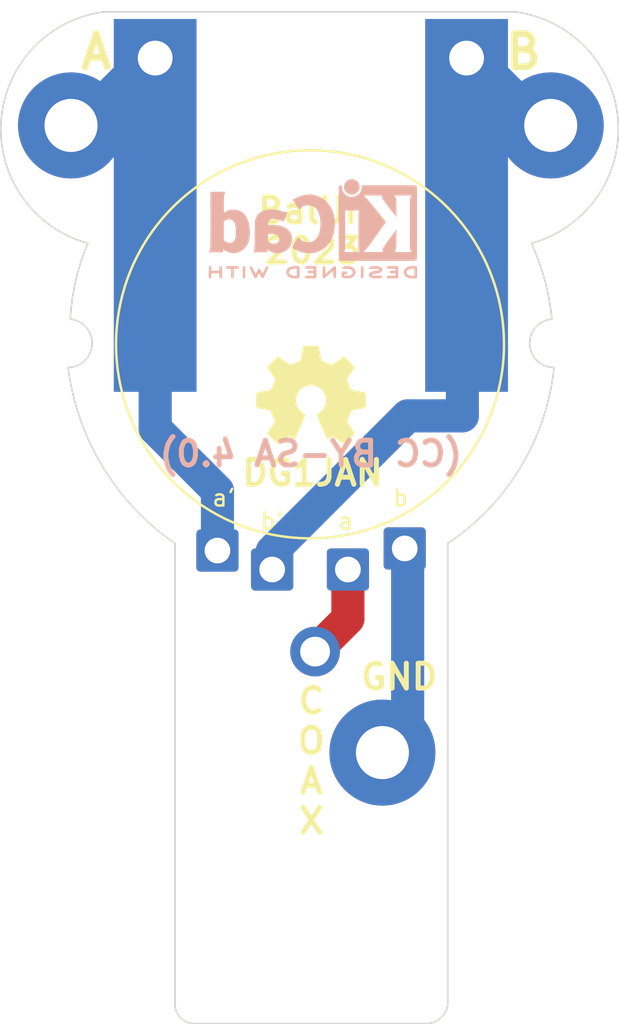
<source format=kicad_pcb>
(kicad_pcb (version 20211014) (generator pcbnew)
  (layers (0 "F.Cu" signal) (31 "B.Cu" signal) (34 "B.Paste" user) (35 "F.Paste" user) (36 "B.SilkS" user "B.Silkscreen") (37 "F.SilkS" user "F.Silkscreen") (38 "B.Mask" user) (39 "F.Mask" user) (44 "Edge.Cuts" user))
  (net 0 "")
  (footprint "UniBalunLibrary:FT82_Balun" (layer "F.Cu") (at 117.602 65.532)
    (fp_text reference "U2" hide)
    (fp_text value "Core" hide)
    (fp_text user "a'" (at -5.2578 9.271) (layer "F.SilkS"))
    (fp_text user "a" (at 2.1082 10.668) (layer "F.SilkS"))
    (fp_text user "b'" (at -2.3368 10.668) (layer "F.SilkS"))
    (fp_text user "b" (at 5.4102 9.271) (layer "F.SilkS"))
    (pad "" np_thru_hole circle (at -4.826 0) (size 3.2 3.2) (drill 3.2) (layers *.Cu *.Mask))
    (pad "" np_thru_hole circle (at 4.6736 0) (size 3.2 3.2) (drill 3.2) (layers *.Cu *.Mask))
    (pad "1" thru_hole roundrect (at 2.2352 13.589) (size 2.55 2.55) (drill 1.55) (layers *.Cu *.Mask) (roundrect_rratio 0.09803882353))
    (pad "2" thru_hole roundrect (at 5.6642 12.319) (size 2.55 2.55) (drill 1.55) (layers *.Cu *.Mask) (roundrect_rratio 0.09803882353))
    (pad "3" thru_hole roundrect (at -5.6388 12.446) (size 2.55 2.55) (drill 1.55) (layers *.Cu *.Mask) (roundrect_rratio 0.09803882353))
    (pad "4" thru_hole roundrect (at -2.3368 13.589) (size 2.55 2.55) (drill 1.55) (layers *.Cu *.Mask) (roundrect_rratio 0.09803882353))
  )
  (footprint "Connector_Wire:SolderWire-1.5sqmm_1x01_D1.7mm_OD3.9mm" (layer "F.Cu") (at 108.204 48.26)
    (fp_text reference "J5" hide)
    (fp_text value "A_THT_Pad")
    (pad "1" thru_hole roundrect (at 0 0) (size 3.9 3.9) (drill 2.1) (layers *.Cu *.Mask) (roundrect_rratio 0.06410307692))
  )
  (footprint "MountingHole:MountingHole_4.5mm" (layer "F.Cu") (at 117.6782 49.53)
    (fp_text reference "H5" hide)
    (fp_text value "MountingHole" hide)
    (pad "" np_thru_hole circle (at 0 0) (size 4.5 4.5) (drill 4.5) (layers *.Cu *.Mask))
  )
  (footprint "Connector_Wire:SolderWire-1.5sqmm_1x01_D1.7mm_OD3.9mm" (layer "F.Cu") (at 127 48.26)
    (fp_text reference "J3" hide)
    (fp_text value "B_THT_Pad")
    (pad "1" thru_hole roundrect (at 0 0) (size 3.9 3.9) (drill 2.1) (layers *.Cu *.Mask) (roundrect_rratio 0.06410307692))
  )
  (footprint "MountingHole:MountingHole_2.1mm" (layer "F.Cu") (at 112.8014 48.387)
    (fp_text reference "H4" hide)
    (fp_text value "MountingHole" hide)
    (pad "" np_thru_hole circle (at 0 0) (size 2.1 2.1) (drill 2.1) (layers *.Cu *.Mask))
  )
  (footprint "" (layer "F.Cu") (at 121.92 90.17)
    (fp_text reference "" (at 0 0) (layer "F.SilkS") (effects (font (size 1.27 1.27))))
    (fp_text value "" (at 0 0) (layer "F.SilkS") (effects (font (size 1.27 1.27))))
    (pad "1" thru_hole circle (at 0 0) (size 6.4 6.4) (drill 3.2) (layers *.Cu *.Mask))
  )
  (footprint "MountingHole:MountingHole_3.2mm_M3_Pad" (layer "F.Cu") (at 103.124 52.324)
    (fp_text reference "H2" hide)
    (fp_text value "A" hide)
    (pad "1" thru_hole circle (at 0 0) (size 6.4 6.4) (drill 3.2) (layers *.Cu *.Mask))
  )
  (footprint "MountingHole:MountingHole_3.2mm_M3" (layer "F.Cu") (at 121.991969 101.306569)
    (fp_text reference "REF**" hide)
    (fp_text value "MountingHole_3.2mm_M3" hide)
    (pad "" np_thru_hole circle (at 0 0) (size 3.2 3.2) (drill 3.2) (layers *.Cu *.Mask))
  )
  (footprint "Symbol:OSHW-Symbol_6.7x6mm_SilkScreen" (layer "F.Cu") (at 117.6 68.6)
    (fp_text reference "REF**" hide)
    (fp_text value "OSHW-Symbol_6.7x6mm_SilkScreen" hide)
  )
  (footprint "" (layer "F.Cu") (at 117.856 84.074)
    (fp_text reference "" (at 0 0) (layer "F.SilkS") (effects (font (size 1.27 1.27))))
    (fp_text value "" (at 0 0) (layer "F.SilkS") (effects (font (size 1.27 1.27))))
    (pad "1" thru_hole circle (at 0 0) (size 3 3) (drill 1.8) (layers *.Cu *.Mask))
  )
  (footprint "MountingHole:MountingHole_3.2mm_M3" (layer "F.Cu") (at 113.284 96.012)
    (fp_text reference "REF**" hide)
    (fp_text value "MountingHole_3.2mm_M3" hide)
    (pad "" np_thru_hole circle (at 0 0) (size 3.2 3.2) (drill 3.2) (layers *.Cu *.Mask))
  )
  (footprint "MountingHole:MountingHole_2.1mm" (layer "F.Cu") (at 122.4026 48.387)
    (fp_text reference "H3" hide)
    (fp_text value "MountingHole" hide)
    (pad "" np_thru_hole circle (at 0 0) (size 2.1 2.1) (drill 2.1) (layers *.Cu *.Mask))
  )
  (footprint "MountingHole:MountingHole_3.2mm_M3" (layer "F.Cu") (at 113.355969 101.306569)
    (fp_text reference "REF**" hide)
    (fp_text value "MountingHole_3.2mm_M3" hide)
    (pad "" np_thru_hole circle (at 0 0) (size 3.2 3.2) (drill 3.2) (layers *.Cu *.Mask))
  )
  (footprint "MountingHole:MountingHole_3.2mm_M3_Pad" (layer "F.Cu") (at 132.08 52.324)
    (fp_text reference "H1" hide)
    (fp_text value "B" hide)
    (pad "1" thru_hole circle (at 0 0) (size 6.4 6.4) (drill 3.2) (layers *.Cu *.Mask))
  )
  (footprint "MountingHole:MountingHole_3.2mm_M3" (layer "F.Cu") (at 121.92 96.012)
    (fp_text reference "REF**" hide)
    (fp_text value "MountingHole_3.2mm_M3" hide)
    (pad "" np_thru_hole circle (at 0 0) (size 3.2 3.2) (drill 3.2) (layers *.Cu *.Mask))
  )
  (footprint "UniBalunLibrary:4mmJack" (layer "B.Cu") (at 127.254 56.896 90)
    (fp_text reference "J4" hide)
    (fp_text value "B_SMD_PAD" hide)
    (pad "1" smd rect (at -0.254 -0.254 90) (size 22.5 5) (layers "B.Cu" "B.Mask"))
  )
  (footprint "Symbol:KiCad-Logo2_5mm_SilkScreen" (layer "B.Cu") (at 117.729 58.547 180)
    (fp_text reference "REF**" hide)
    (fp_text value "KiCad-Logo2_5mm_SilkScreen" hide)
  )
  (footprint "UniBalunLibrary:4mmJack" (layer "B.Cu") (at 108.458 56.896 90)
    (fp_text reference "J6" hide)
    (fp_text value "A_SMD_PAD" hide)
    (pad "1" smd rect (at -0.254 -0.254 90) (size 22.5 5) (layers "B.Cu" "B.Mask"))
  )
  (gr_line (start 125.861231 105.41) (end 125.861231 77.548862) (layer "Edge.Cuts") (width 0.1))
  (gr_arc (start 110.599761 106.522797) (mid 109.77522 106.209299) (end 109.402031 105.41) (layer "Edge.Cuts") (width 0.1))
  (gr_arc (start 109.402031 77.548862) (mid 105.04112 72.92614) (end 102.945817 66.926406) (layer "Edge.Cuts") (width 0.1))
  (gr_arc (start 132.281854 66.925327) (mid 130.254542 72.952072) (end 125.861231 77.548862) (layer "Edge.Cuts") (width 0.1))
  (gr_line (start 110.599761 106.522797) (end 124.518961 106.522797) (layer "Edge.Cuts") (width 0.1))
  (gr_arc (start 103.078577 64.011716) (mid 104.394 65.532) (end 102.945817 66.926406) (layer "Edge.Cuts") (width 0.1))
  (gr_line (start 109.402031 105.41) (end 109.402031 77.548862) (layer "Edge.Cuts") (width 0.1))
  (gr_arc (start 103.078577 64.011716) (mid 103.410896 61.677837) (end 104.14 59.436) (layer "Edge.Cuts") (width 0.1))
  (gr_arc (start 125.861231 105.41) (mid 125.398804 106.218144) (end 124.518961 106.522797) (layer "Edge.Cuts") (width 0.1))
  (gr_arc (start 130.910075 59.436) (mid 131.721418 61.671361) (end 132.149094 64.010637) (layer "Edge.Cuts") (width 0.1))
  (gr_arc (start 129.894075 45.466) (mid 136.144 52.033405) (end 130.910075 59.436) (layer "Edge.Cuts") (width 0.1))
  (gr_arc (start 132.281854 66.925327) (mid 130.81 65.532) (end 132.149094 64.010637) (layer "Edge.Cuts") (width 0.1))
  (gr_line (start 105.156 45.466) (end 129.894075 45.466) (layer "Edge.Cuts") (width 0.1))
  (gr_arc (start 104.14 59.436) (mid 98.906069 52.033405) (end 105.156 45.466) (layer "Edge.Cuts") (width 0.1))
  (gr_text "(CC BY-SA 4.0)" (at 117.602 72.136) (layer "B.SilkS") (effects (font (size 1.5 1.5) (thickness 0.3)) (justify mirror)))
  (gr_text "B" (at 130.429 47.879) (layer "F.SilkS") (effects (font (size 2 2) (thickness 0.4))))
  (gr_text "BalUn\n2023" (at 117.729 58.674) (layer "F.SilkS") (effects (font (size 1.5 1.5) (thickness 0.3))))
  (gr_text "DG1JAN" (at 117.7 73.3) (layer "F.SilkS") (effects (font (size 1.5 1.5) (thickness 0.3))))
  (gr_text "C\nO\nA\nX" (at 117.6274 90.678) (layer "F.SilkS") (effects (font (size 1.5 1.5) (thickness 0.3))))
  (gr_text "A" (at 104.648 47.879) (layer "F.SilkS") (effects (font (size 2 2) (thickness 0.4))))
  (gr_text "GND" (at 122.936 85.598) (layer "F.SilkS") (effects (font (size 1.5 1.5) (thickness 0.3))))
  (segment (start 119.8372 82.0928) (end 119.8372 79.121) (width 2) (layer "F.Cu") (net 0))
  (segment (start 117.856 84.074) (end 119.8372 82.0928) (width 2) (layer "F.Cu") (net 0))
  (segment (start 107.188 48.26) (end 103.124 52.324) (width 1.3) (layer "B.Cu") (net 0))
  (segment (start 127 48.26) (end 128.016 48.26) (width 1.3) (layer "B.Cu") (net 0))
  (segment (start 108.204 48.26) (end 108.204 57.15) (width 1.3) (layer "B.Cu") (net 0))
  (segment (start 126.746 63.246) (end 127.508 62.484) (width 1.3) (layer "B.Cu") (net 0))
  (segment (start 127 57.15) (end 127 53.086) (width 1) (layer "B.Cu") (net 0))
  (segment (start 111.9632 77.978) (end 111.9632 74.3712) (width 2) (layer "B.Cu") (net 0))
  (segment (start 108.204 48.26) (end 107.188 48.26) (width 1.3) (layer "B.Cu") (net 0))
  (segment (start 127 48.26) (end 127 53.086) (width 1.3) (layer "B.Cu") (net 0))
  (segment (start 123.444 69.85) (end 126.746 69.85) (width 2) (layer "B.Cu") (net 0))
  (segment (start 108.204 70.612) (end 108.204 57.15) (width 2) (layer "B.Cu") (net 0))
  (segment (start 123.444 90.678) (end 123.444 78.232) (width 2) (layer "B.Cu") (net 0))
  (segment (start 111.9632 74.3712) (end 108.204 70.612) (width 2) (layer "B.Cu") (net 0))
  (segment (start 126.746 69.85) (end 126.746 63.246) (width 2) (layer "B.Cu") (net 0))
  (segment (start 127 66.929) (end 127 57.15) (width 1) (layer "B.Cu") (net 0))
  (segment (start 127.508 57.15) (end 127.254 56.896) (width 1.3) (layer "B.Cu") (net 0))
  (segment (start 128.016 48.26) (end 132.08 52.324) (width 1.3) (layer "B.Cu") (net 0))
  (segment (start 115.2652 79.121) (end 115.2652 78.0288) (width 1.3) (layer "B.Cu") (net 0))
  (segment (start 127.508 62.484) (end 127.508 57.15) (width 1.3) (layer "B.Cu") (net 0))
  (segment (start 115.2652 78.0288) (end 123.444 69.85) (width 2) (layer "B.Cu") (net 0))
)
</source>
